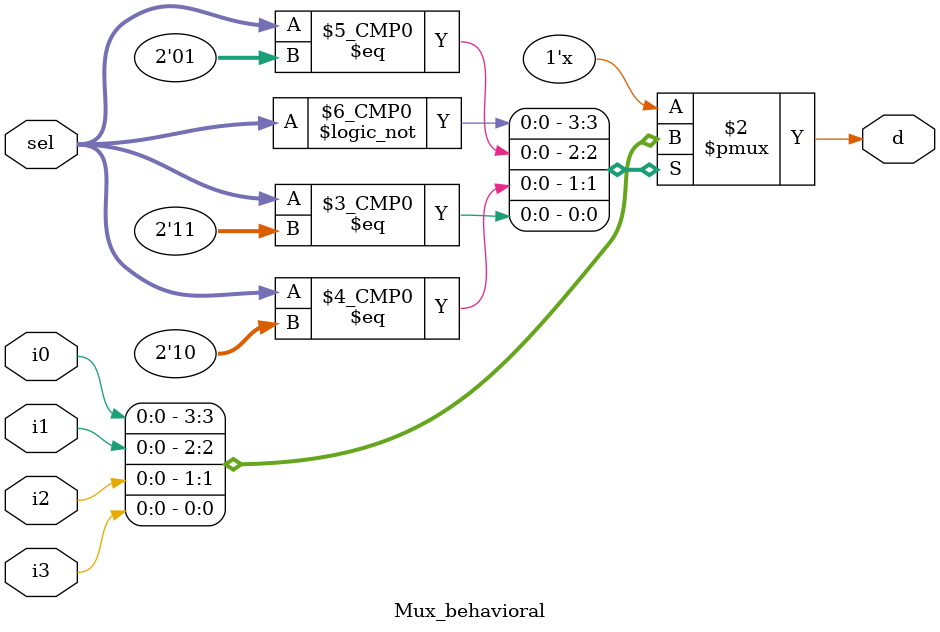
<source format=v>
`timescale 1ns / 1ps

module Mux_behavioral(
    input [1:0] sel,
    input i0, i1, i2, i3,
    output d
    );
    
    reg d;
    
    always @(*) 
      begin
        case (sel)
        default: d = 1'b0;
        0 : d = i0;
        1 : d = i1;
        2 : d = i2;
        3 : d = i3;
        endcase
      end


    
endmodule

</source>
